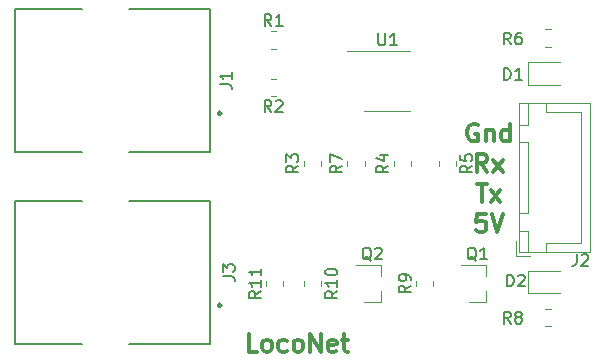
<source format=gbr>
G04 #@! TF.GenerationSoftware,KiCad,Pcbnew,5.1.7-a382d34a8~87~ubuntu20.04.1*
G04 #@! TF.CreationDate,2020-11-16T15:14:02+01:00*
G04 #@! TF.ProjectId,LocoNetInterface_V1.1,4c6f636f-4e65-4744-996e-746572666163,rev?*
G04 #@! TF.SameCoordinates,Original*
G04 #@! TF.FileFunction,Legend,Top*
G04 #@! TF.FilePolarity,Positive*
%FSLAX46Y46*%
G04 Gerber Fmt 4.6, Leading zero omitted, Abs format (unit mm)*
G04 Created by KiCad (PCBNEW 5.1.7-a382d34a8~87~ubuntu20.04.1) date 2020-11-16 15:14:02*
%MOMM*%
%LPD*%
G01*
G04 APERTURE LIST*
%ADD10C,0.300000*%
%ADD11C,0.127000*%
%ADD12C,0.120000*%
%ADD13C,0.150000*%
G04 APERTURE END LIST*
D10*
X61377142Y-130218571D02*
X60662857Y-130218571D01*
X60662857Y-128718571D01*
X62091428Y-130218571D02*
X61948571Y-130147142D01*
X61877142Y-130075714D01*
X61805714Y-129932857D01*
X61805714Y-129504285D01*
X61877142Y-129361428D01*
X61948571Y-129290000D01*
X62091428Y-129218571D01*
X62305714Y-129218571D01*
X62448571Y-129290000D01*
X62520000Y-129361428D01*
X62591428Y-129504285D01*
X62591428Y-129932857D01*
X62520000Y-130075714D01*
X62448571Y-130147142D01*
X62305714Y-130218571D01*
X62091428Y-130218571D01*
X63877142Y-130147142D02*
X63734285Y-130218571D01*
X63448571Y-130218571D01*
X63305714Y-130147142D01*
X63234285Y-130075714D01*
X63162857Y-129932857D01*
X63162857Y-129504285D01*
X63234285Y-129361428D01*
X63305714Y-129290000D01*
X63448571Y-129218571D01*
X63734285Y-129218571D01*
X63877142Y-129290000D01*
X64734285Y-130218571D02*
X64591428Y-130147142D01*
X64520000Y-130075714D01*
X64448571Y-129932857D01*
X64448571Y-129504285D01*
X64520000Y-129361428D01*
X64591428Y-129290000D01*
X64734285Y-129218571D01*
X64948571Y-129218571D01*
X65091428Y-129290000D01*
X65162857Y-129361428D01*
X65234285Y-129504285D01*
X65234285Y-129932857D01*
X65162857Y-130075714D01*
X65091428Y-130147142D01*
X64948571Y-130218571D01*
X64734285Y-130218571D01*
X65877142Y-130218571D02*
X65877142Y-128718571D01*
X66734285Y-130218571D01*
X66734285Y-128718571D01*
X68020000Y-130147142D02*
X67877142Y-130218571D01*
X67591428Y-130218571D01*
X67448571Y-130147142D01*
X67377142Y-130004285D01*
X67377142Y-129432857D01*
X67448571Y-129290000D01*
X67591428Y-129218571D01*
X67877142Y-129218571D01*
X68020000Y-129290000D01*
X68091428Y-129432857D01*
X68091428Y-129575714D01*
X67377142Y-129718571D01*
X68520000Y-129218571D02*
X69091428Y-129218571D01*
X68734285Y-128718571D02*
X68734285Y-130004285D01*
X68805714Y-130147142D01*
X68948571Y-130218571D01*
X69091428Y-130218571D01*
X80035714Y-110995000D02*
X79892857Y-110923571D01*
X79678571Y-110923571D01*
X79464285Y-110995000D01*
X79321428Y-111137857D01*
X79250000Y-111280714D01*
X79178571Y-111566428D01*
X79178571Y-111780714D01*
X79250000Y-112066428D01*
X79321428Y-112209285D01*
X79464285Y-112352142D01*
X79678571Y-112423571D01*
X79821428Y-112423571D01*
X80035714Y-112352142D01*
X80107142Y-112280714D01*
X80107142Y-111780714D01*
X79821428Y-111780714D01*
X80750000Y-111423571D02*
X80750000Y-112423571D01*
X80750000Y-111566428D02*
X80821428Y-111495000D01*
X80964285Y-111423571D01*
X81178571Y-111423571D01*
X81321428Y-111495000D01*
X81392857Y-111637857D01*
X81392857Y-112423571D01*
X82750000Y-112423571D02*
X82750000Y-110923571D01*
X82750000Y-112352142D02*
X82607142Y-112423571D01*
X82321428Y-112423571D01*
X82178571Y-112352142D01*
X82107142Y-112280714D01*
X82035714Y-112137857D01*
X82035714Y-111709285D01*
X82107142Y-111566428D01*
X82178571Y-111495000D01*
X82321428Y-111423571D01*
X82607142Y-111423571D01*
X82750000Y-111495000D01*
X80857142Y-114973571D02*
X80357142Y-114259285D01*
X80000000Y-114973571D02*
X80000000Y-113473571D01*
X80571428Y-113473571D01*
X80714285Y-113545000D01*
X80785714Y-113616428D01*
X80857142Y-113759285D01*
X80857142Y-113973571D01*
X80785714Y-114116428D01*
X80714285Y-114187857D01*
X80571428Y-114259285D01*
X80000000Y-114259285D01*
X81357142Y-114973571D02*
X82142857Y-113973571D01*
X81357142Y-113973571D02*
X82142857Y-114973571D01*
X79964285Y-116023571D02*
X80821428Y-116023571D01*
X80392857Y-117523571D02*
X80392857Y-116023571D01*
X81178571Y-117523571D02*
X81964285Y-116523571D01*
X81178571Y-116523571D02*
X81964285Y-117523571D01*
X80714285Y-118573571D02*
X80000000Y-118573571D01*
X79928571Y-119287857D01*
X80000000Y-119216428D01*
X80142857Y-119145000D01*
X80500000Y-119145000D01*
X80642857Y-119216428D01*
X80714285Y-119287857D01*
X80785714Y-119430714D01*
X80785714Y-119787857D01*
X80714285Y-119930714D01*
X80642857Y-120002142D01*
X80500000Y-120073571D01*
X80142857Y-120073571D01*
X80000000Y-120002142D01*
X79928571Y-119930714D01*
X81214285Y-118573571D02*
X81714285Y-120073571D01*
X82214285Y-118573571D01*
D11*
X57390000Y-117465000D02*
X57390000Y-129535000D01*
X57390000Y-129535000D02*
X50500000Y-129535000D01*
X46500000Y-129535000D02*
X40880000Y-129535000D01*
X40880000Y-129535000D02*
X40880000Y-117465000D01*
X40880000Y-117465000D02*
X46500000Y-117465000D01*
X50500000Y-117465000D02*
X57390000Y-117465000D01*
D10*
X58300000Y-126300000D02*
G75*
G03*
X58300000Y-126300000I-100000J0D01*
G01*
D11*
X57390000Y-101215000D02*
X57390000Y-113285000D01*
X57390000Y-113285000D02*
X50500000Y-113285000D01*
X46500000Y-113285000D02*
X40880000Y-113285000D01*
X40880000Y-113285000D02*
X40880000Y-101215000D01*
X40880000Y-101215000D02*
X46500000Y-101215000D01*
X50500000Y-101215000D02*
X57390000Y-101215000D01*
D10*
X58300000Y-110050000D02*
G75*
G03*
X58300000Y-110050000I-100000J0D01*
G01*
D12*
X62130000Y-124687064D02*
X62130000Y-124232936D01*
X63600000Y-124687064D02*
X63600000Y-124232936D01*
X66775000Y-124232936D02*
X66775000Y-124687064D01*
X65305000Y-124232936D02*
X65305000Y-124687064D01*
X74830000Y-124687064D02*
X74830000Y-124232936D01*
X76300000Y-124687064D02*
X76300000Y-124232936D01*
X86227064Y-128055000D02*
X85772936Y-128055000D01*
X86227064Y-126585000D02*
X85772936Y-126585000D01*
X68995000Y-114527064D02*
X68995000Y-114072936D01*
X70465000Y-114527064D02*
X70465000Y-114072936D01*
X86227064Y-104415000D02*
X85772936Y-104415000D01*
X86227064Y-102945000D02*
X85772936Y-102945000D01*
X78205000Y-114072936D02*
X78205000Y-114527064D01*
X76735000Y-114072936D02*
X76735000Y-114527064D01*
X72925000Y-114527064D02*
X72925000Y-114072936D01*
X74395000Y-114527064D02*
X74395000Y-114072936D01*
X65305000Y-114527064D02*
X65305000Y-114072936D01*
X66775000Y-114527064D02*
X66775000Y-114072936D01*
X62957064Y-108575000D02*
X62502936Y-108575000D01*
X62957064Y-107105000D02*
X62502936Y-107105000D01*
X62502936Y-103105000D02*
X62957064Y-103105000D01*
X62502936Y-104575000D02*
X62957064Y-104575000D01*
X83540000Y-121810000D02*
X89510000Y-121810000D01*
X89510000Y-121810000D02*
X89510000Y-109190000D01*
X89510000Y-109190000D02*
X83540000Y-109190000D01*
X83540000Y-109190000D02*
X83540000Y-121810000D01*
X83550000Y-118500000D02*
X84300000Y-118500000D01*
X84300000Y-118500000D02*
X84300000Y-112500000D01*
X84300000Y-112500000D02*
X83550000Y-112500000D01*
X83550000Y-112500000D02*
X83550000Y-118500000D01*
X83550000Y-121800000D02*
X84300000Y-121800000D01*
X84300000Y-121800000D02*
X84300000Y-120000000D01*
X84300000Y-120000000D02*
X83550000Y-120000000D01*
X83550000Y-120000000D02*
X83550000Y-121800000D01*
X83550000Y-111000000D02*
X84300000Y-111000000D01*
X84300000Y-111000000D02*
X84300000Y-109200000D01*
X84300000Y-109200000D02*
X83550000Y-109200000D01*
X83550000Y-109200000D02*
X83550000Y-111000000D01*
X85800000Y-121800000D02*
X85800000Y-121050000D01*
X85800000Y-121050000D02*
X88750000Y-121050000D01*
X88750000Y-121050000D02*
X88750000Y-115500000D01*
X85800000Y-109200000D02*
X85800000Y-109950000D01*
X85800000Y-109950000D02*
X88750000Y-109950000D01*
X88750000Y-109950000D02*
X88750000Y-115500000D01*
X83250000Y-120850000D02*
X83250000Y-122100000D01*
X83250000Y-122100000D02*
X84500000Y-122100000D01*
X87000000Y-123360000D02*
X84315000Y-123360000D01*
X84315000Y-123360000D02*
X84315000Y-125280000D01*
X84315000Y-125280000D02*
X87000000Y-125280000D01*
X87000000Y-105720000D02*
X84315000Y-105720000D01*
X84315000Y-105720000D02*
X84315000Y-107640000D01*
X84315000Y-107640000D02*
X87000000Y-107640000D01*
X71880000Y-126040000D02*
X71880000Y-125110000D01*
X71880000Y-122880000D02*
X71880000Y-123810000D01*
X71880000Y-122880000D02*
X69720000Y-122880000D01*
X71880000Y-126040000D02*
X70420000Y-126040000D01*
X80770000Y-126040000D02*
X80770000Y-125110000D01*
X80770000Y-122880000D02*
X80770000Y-123810000D01*
X80770000Y-122880000D02*
X78610000Y-122880000D01*
X80770000Y-126040000D02*
X79310000Y-126040000D01*
X72390000Y-109875000D02*
X74340000Y-109875000D01*
X72390000Y-109875000D02*
X70440000Y-109875000D01*
X72390000Y-104755000D02*
X74340000Y-104755000D01*
X72390000Y-104755000D02*
X68940000Y-104755000D01*
D13*
X58452380Y-123833333D02*
X59166666Y-123833333D01*
X59309523Y-123880952D01*
X59404761Y-123976190D01*
X59452380Y-124119047D01*
X59452380Y-124214285D01*
X58452380Y-123452380D02*
X58452380Y-122833333D01*
X58833333Y-123166666D01*
X58833333Y-123023809D01*
X58880952Y-122928571D01*
X58928571Y-122880952D01*
X59023809Y-122833333D01*
X59261904Y-122833333D01*
X59357142Y-122880952D01*
X59404761Y-122928571D01*
X59452380Y-123023809D01*
X59452380Y-123309523D01*
X59404761Y-123404761D01*
X59357142Y-123452380D01*
X58202380Y-107583333D02*
X58916666Y-107583333D01*
X59059523Y-107630952D01*
X59154761Y-107726190D01*
X59202380Y-107869047D01*
X59202380Y-107964285D01*
X59202380Y-106583333D02*
X59202380Y-107154761D01*
X59202380Y-106869047D02*
X58202380Y-106869047D01*
X58345238Y-106964285D01*
X58440476Y-107059523D01*
X58488095Y-107154761D01*
X61667380Y-125102857D02*
X61191190Y-125436190D01*
X61667380Y-125674285D02*
X60667380Y-125674285D01*
X60667380Y-125293333D01*
X60715000Y-125198095D01*
X60762619Y-125150476D01*
X60857857Y-125102857D01*
X61000714Y-125102857D01*
X61095952Y-125150476D01*
X61143571Y-125198095D01*
X61191190Y-125293333D01*
X61191190Y-125674285D01*
X61667380Y-124150476D02*
X61667380Y-124721904D01*
X61667380Y-124436190D02*
X60667380Y-124436190D01*
X60810238Y-124531428D01*
X60905476Y-124626666D01*
X60953095Y-124721904D01*
X61667380Y-123198095D02*
X61667380Y-123769523D01*
X61667380Y-123483809D02*
X60667380Y-123483809D01*
X60810238Y-123579047D01*
X60905476Y-123674285D01*
X60953095Y-123769523D01*
X68142380Y-125102857D02*
X67666190Y-125436190D01*
X68142380Y-125674285D02*
X67142380Y-125674285D01*
X67142380Y-125293333D01*
X67190000Y-125198095D01*
X67237619Y-125150476D01*
X67332857Y-125102857D01*
X67475714Y-125102857D01*
X67570952Y-125150476D01*
X67618571Y-125198095D01*
X67666190Y-125293333D01*
X67666190Y-125674285D01*
X68142380Y-124150476D02*
X68142380Y-124721904D01*
X68142380Y-124436190D02*
X67142380Y-124436190D01*
X67285238Y-124531428D01*
X67380476Y-124626666D01*
X67428095Y-124721904D01*
X67142380Y-123531428D02*
X67142380Y-123436190D01*
X67190000Y-123340952D01*
X67237619Y-123293333D01*
X67332857Y-123245714D01*
X67523333Y-123198095D01*
X67761428Y-123198095D01*
X67951904Y-123245714D01*
X68047142Y-123293333D01*
X68094761Y-123340952D01*
X68142380Y-123436190D01*
X68142380Y-123531428D01*
X68094761Y-123626666D01*
X68047142Y-123674285D01*
X67951904Y-123721904D01*
X67761428Y-123769523D01*
X67523333Y-123769523D01*
X67332857Y-123721904D01*
X67237619Y-123674285D01*
X67190000Y-123626666D01*
X67142380Y-123531428D01*
X74367380Y-124626666D02*
X73891190Y-124960000D01*
X74367380Y-125198095D02*
X73367380Y-125198095D01*
X73367380Y-124817142D01*
X73415000Y-124721904D01*
X73462619Y-124674285D01*
X73557857Y-124626666D01*
X73700714Y-124626666D01*
X73795952Y-124674285D01*
X73843571Y-124721904D01*
X73891190Y-124817142D01*
X73891190Y-125198095D01*
X74367380Y-124150476D02*
X74367380Y-123960000D01*
X74319761Y-123864761D01*
X74272142Y-123817142D01*
X74129285Y-123721904D01*
X73938809Y-123674285D01*
X73557857Y-123674285D01*
X73462619Y-123721904D01*
X73415000Y-123769523D01*
X73367380Y-123864761D01*
X73367380Y-124055238D01*
X73415000Y-124150476D01*
X73462619Y-124198095D01*
X73557857Y-124245714D01*
X73795952Y-124245714D01*
X73891190Y-124198095D01*
X73938809Y-124150476D01*
X73986428Y-124055238D01*
X73986428Y-123864761D01*
X73938809Y-123769523D01*
X73891190Y-123721904D01*
X73795952Y-123674285D01*
X82833333Y-127842380D02*
X82500000Y-127366190D01*
X82261904Y-127842380D02*
X82261904Y-126842380D01*
X82642857Y-126842380D01*
X82738095Y-126890000D01*
X82785714Y-126937619D01*
X82833333Y-127032857D01*
X82833333Y-127175714D01*
X82785714Y-127270952D01*
X82738095Y-127318571D01*
X82642857Y-127366190D01*
X82261904Y-127366190D01*
X83404761Y-127270952D02*
X83309523Y-127223333D01*
X83261904Y-127175714D01*
X83214285Y-127080476D01*
X83214285Y-127032857D01*
X83261904Y-126937619D01*
X83309523Y-126890000D01*
X83404761Y-126842380D01*
X83595238Y-126842380D01*
X83690476Y-126890000D01*
X83738095Y-126937619D01*
X83785714Y-127032857D01*
X83785714Y-127080476D01*
X83738095Y-127175714D01*
X83690476Y-127223333D01*
X83595238Y-127270952D01*
X83404761Y-127270952D01*
X83309523Y-127318571D01*
X83261904Y-127366190D01*
X83214285Y-127461428D01*
X83214285Y-127651904D01*
X83261904Y-127747142D01*
X83309523Y-127794761D01*
X83404761Y-127842380D01*
X83595238Y-127842380D01*
X83690476Y-127794761D01*
X83738095Y-127747142D01*
X83785714Y-127651904D01*
X83785714Y-127461428D01*
X83738095Y-127366190D01*
X83690476Y-127318571D01*
X83595238Y-127270952D01*
X68532380Y-114466666D02*
X68056190Y-114800000D01*
X68532380Y-115038095D02*
X67532380Y-115038095D01*
X67532380Y-114657142D01*
X67580000Y-114561904D01*
X67627619Y-114514285D01*
X67722857Y-114466666D01*
X67865714Y-114466666D01*
X67960952Y-114514285D01*
X68008571Y-114561904D01*
X68056190Y-114657142D01*
X68056190Y-115038095D01*
X67532380Y-114133333D02*
X67532380Y-113466666D01*
X68532380Y-113895238D01*
X82833333Y-104202380D02*
X82500000Y-103726190D01*
X82261904Y-104202380D02*
X82261904Y-103202380D01*
X82642857Y-103202380D01*
X82738095Y-103250000D01*
X82785714Y-103297619D01*
X82833333Y-103392857D01*
X82833333Y-103535714D01*
X82785714Y-103630952D01*
X82738095Y-103678571D01*
X82642857Y-103726190D01*
X82261904Y-103726190D01*
X83690476Y-103202380D02*
X83500000Y-103202380D01*
X83404761Y-103250000D01*
X83357142Y-103297619D01*
X83261904Y-103440476D01*
X83214285Y-103630952D01*
X83214285Y-104011904D01*
X83261904Y-104107142D01*
X83309523Y-104154761D01*
X83404761Y-104202380D01*
X83595238Y-104202380D01*
X83690476Y-104154761D01*
X83738095Y-104107142D01*
X83785714Y-104011904D01*
X83785714Y-103773809D01*
X83738095Y-103678571D01*
X83690476Y-103630952D01*
X83595238Y-103583333D01*
X83404761Y-103583333D01*
X83309523Y-103630952D01*
X83261904Y-103678571D01*
X83214285Y-103773809D01*
X79572380Y-114466666D02*
X79096190Y-114800000D01*
X79572380Y-115038095D02*
X78572380Y-115038095D01*
X78572380Y-114657142D01*
X78620000Y-114561904D01*
X78667619Y-114514285D01*
X78762857Y-114466666D01*
X78905714Y-114466666D01*
X79000952Y-114514285D01*
X79048571Y-114561904D01*
X79096190Y-114657142D01*
X79096190Y-115038095D01*
X78572380Y-113561904D02*
X78572380Y-114038095D01*
X79048571Y-114085714D01*
X79000952Y-114038095D01*
X78953333Y-113942857D01*
X78953333Y-113704761D01*
X79000952Y-113609523D01*
X79048571Y-113561904D01*
X79143809Y-113514285D01*
X79381904Y-113514285D01*
X79477142Y-113561904D01*
X79524761Y-113609523D01*
X79572380Y-113704761D01*
X79572380Y-113942857D01*
X79524761Y-114038095D01*
X79477142Y-114085714D01*
X72462380Y-114466666D02*
X71986190Y-114800000D01*
X72462380Y-115038095D02*
X71462380Y-115038095D01*
X71462380Y-114657142D01*
X71510000Y-114561904D01*
X71557619Y-114514285D01*
X71652857Y-114466666D01*
X71795714Y-114466666D01*
X71890952Y-114514285D01*
X71938571Y-114561904D01*
X71986190Y-114657142D01*
X71986190Y-115038095D01*
X71795714Y-113609523D02*
X72462380Y-113609523D01*
X71414761Y-113847619D02*
X72129047Y-114085714D01*
X72129047Y-113466666D01*
X64842380Y-114466666D02*
X64366190Y-114800000D01*
X64842380Y-115038095D02*
X63842380Y-115038095D01*
X63842380Y-114657142D01*
X63890000Y-114561904D01*
X63937619Y-114514285D01*
X64032857Y-114466666D01*
X64175714Y-114466666D01*
X64270952Y-114514285D01*
X64318571Y-114561904D01*
X64366190Y-114657142D01*
X64366190Y-115038095D01*
X63842380Y-114133333D02*
X63842380Y-113514285D01*
X64223333Y-113847619D01*
X64223333Y-113704761D01*
X64270952Y-113609523D01*
X64318571Y-113561904D01*
X64413809Y-113514285D01*
X64651904Y-113514285D01*
X64747142Y-113561904D01*
X64794761Y-113609523D01*
X64842380Y-113704761D01*
X64842380Y-113990476D01*
X64794761Y-114085714D01*
X64747142Y-114133333D01*
X62563333Y-109942380D02*
X62230000Y-109466190D01*
X61991904Y-109942380D02*
X61991904Y-108942380D01*
X62372857Y-108942380D01*
X62468095Y-108990000D01*
X62515714Y-109037619D01*
X62563333Y-109132857D01*
X62563333Y-109275714D01*
X62515714Y-109370952D01*
X62468095Y-109418571D01*
X62372857Y-109466190D01*
X61991904Y-109466190D01*
X62944285Y-109037619D02*
X62991904Y-108990000D01*
X63087142Y-108942380D01*
X63325238Y-108942380D01*
X63420476Y-108990000D01*
X63468095Y-109037619D01*
X63515714Y-109132857D01*
X63515714Y-109228095D01*
X63468095Y-109370952D01*
X62896666Y-109942380D01*
X63515714Y-109942380D01*
X62563333Y-102642380D02*
X62230000Y-102166190D01*
X61991904Y-102642380D02*
X61991904Y-101642380D01*
X62372857Y-101642380D01*
X62468095Y-101690000D01*
X62515714Y-101737619D01*
X62563333Y-101832857D01*
X62563333Y-101975714D01*
X62515714Y-102070952D01*
X62468095Y-102118571D01*
X62372857Y-102166190D01*
X61991904Y-102166190D01*
X63515714Y-102642380D02*
X62944285Y-102642380D01*
X63230000Y-102642380D02*
X63230000Y-101642380D01*
X63134761Y-101785238D01*
X63039523Y-101880476D01*
X62944285Y-101928095D01*
X88416666Y-121952380D02*
X88416666Y-122666666D01*
X88369047Y-122809523D01*
X88273809Y-122904761D01*
X88130952Y-122952380D01*
X88035714Y-122952380D01*
X88845238Y-122047619D02*
X88892857Y-122000000D01*
X88988095Y-121952380D01*
X89226190Y-121952380D01*
X89321428Y-122000000D01*
X89369047Y-122047619D01*
X89416666Y-122142857D01*
X89416666Y-122238095D01*
X89369047Y-122380952D01*
X88797619Y-122952380D01*
X89416666Y-122952380D01*
X82511904Y-124702380D02*
X82511904Y-123702380D01*
X82750000Y-123702380D01*
X82892857Y-123750000D01*
X82988095Y-123845238D01*
X83035714Y-123940476D01*
X83083333Y-124130952D01*
X83083333Y-124273809D01*
X83035714Y-124464285D01*
X82988095Y-124559523D01*
X82892857Y-124654761D01*
X82750000Y-124702380D01*
X82511904Y-124702380D01*
X83464285Y-123797619D02*
X83511904Y-123750000D01*
X83607142Y-123702380D01*
X83845238Y-123702380D01*
X83940476Y-123750000D01*
X83988095Y-123797619D01*
X84035714Y-123892857D01*
X84035714Y-123988095D01*
X83988095Y-124130952D01*
X83416666Y-124702380D01*
X84035714Y-124702380D01*
X82261904Y-107202380D02*
X82261904Y-106202380D01*
X82500000Y-106202380D01*
X82642857Y-106250000D01*
X82738095Y-106345238D01*
X82785714Y-106440476D01*
X82833333Y-106630952D01*
X82833333Y-106773809D01*
X82785714Y-106964285D01*
X82738095Y-107059523D01*
X82642857Y-107154761D01*
X82500000Y-107202380D01*
X82261904Y-107202380D01*
X83785714Y-107202380D02*
X83214285Y-107202380D01*
X83500000Y-107202380D02*
X83500000Y-106202380D01*
X83404761Y-106345238D01*
X83309523Y-106440476D01*
X83214285Y-106488095D01*
X71024761Y-122507619D02*
X70929523Y-122460000D01*
X70834285Y-122364761D01*
X70691428Y-122221904D01*
X70596190Y-122174285D01*
X70500952Y-122174285D01*
X70548571Y-122412380D02*
X70453333Y-122364761D01*
X70358095Y-122269523D01*
X70310476Y-122079047D01*
X70310476Y-121745714D01*
X70358095Y-121555238D01*
X70453333Y-121460000D01*
X70548571Y-121412380D01*
X70739047Y-121412380D01*
X70834285Y-121460000D01*
X70929523Y-121555238D01*
X70977142Y-121745714D01*
X70977142Y-122079047D01*
X70929523Y-122269523D01*
X70834285Y-122364761D01*
X70739047Y-122412380D01*
X70548571Y-122412380D01*
X71358095Y-121507619D02*
X71405714Y-121460000D01*
X71500952Y-121412380D01*
X71739047Y-121412380D01*
X71834285Y-121460000D01*
X71881904Y-121507619D01*
X71929523Y-121602857D01*
X71929523Y-121698095D01*
X71881904Y-121840952D01*
X71310476Y-122412380D01*
X71929523Y-122412380D01*
X79914761Y-122507619D02*
X79819523Y-122460000D01*
X79724285Y-122364761D01*
X79581428Y-122221904D01*
X79486190Y-122174285D01*
X79390952Y-122174285D01*
X79438571Y-122412380D02*
X79343333Y-122364761D01*
X79248095Y-122269523D01*
X79200476Y-122079047D01*
X79200476Y-121745714D01*
X79248095Y-121555238D01*
X79343333Y-121460000D01*
X79438571Y-121412380D01*
X79629047Y-121412380D01*
X79724285Y-121460000D01*
X79819523Y-121555238D01*
X79867142Y-121745714D01*
X79867142Y-122079047D01*
X79819523Y-122269523D01*
X79724285Y-122364761D01*
X79629047Y-122412380D01*
X79438571Y-122412380D01*
X80819523Y-122412380D02*
X80248095Y-122412380D01*
X80533809Y-122412380D02*
X80533809Y-121412380D01*
X80438571Y-121555238D01*
X80343333Y-121650476D01*
X80248095Y-121698095D01*
X71628095Y-103267380D02*
X71628095Y-104076904D01*
X71675714Y-104172142D01*
X71723333Y-104219761D01*
X71818571Y-104267380D01*
X72009047Y-104267380D01*
X72104285Y-104219761D01*
X72151904Y-104172142D01*
X72199523Y-104076904D01*
X72199523Y-103267380D01*
X73199523Y-104267380D02*
X72628095Y-104267380D01*
X72913809Y-104267380D02*
X72913809Y-103267380D01*
X72818571Y-103410238D01*
X72723333Y-103505476D01*
X72628095Y-103553095D01*
M02*

</source>
